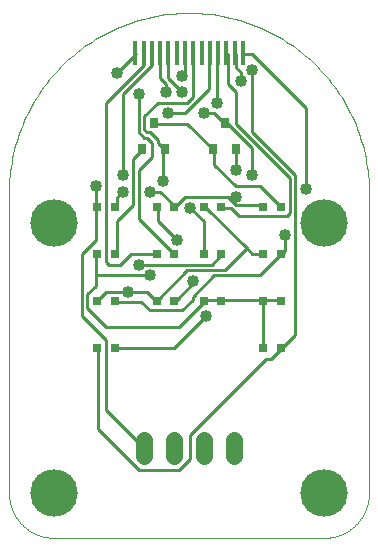
<source format=gtl>
G75*
%MOIN*%
%OFA0B0*%
%FSLAX25Y25*%
%IPPOS*%
%LPD*%
%AMOC8*
5,1,8,0,0,1.08239X$1,22.5*
%
%ADD10R,0.01378X0.07874*%
%ADD11R,0.03150X0.03543*%
%ADD12R,0.03150X0.03150*%
%ADD13C,0.00000*%
%ADD14C,0.05543*%
%ADD15C,0.15811*%
%ADD16C,0.01000*%
%ADD17C,0.04000*%
D10*
X0043126Y0163217D03*
X0045882Y0163217D03*
X0048638Y0163217D03*
X0051394Y0163217D03*
X0054150Y0163217D03*
X0056906Y0163217D03*
X0059661Y0163217D03*
X0062417Y0163217D03*
X0065173Y0163217D03*
X0067929Y0163217D03*
X0070685Y0163217D03*
X0073441Y0163217D03*
X0076197Y0163217D03*
X0078953Y0163217D03*
D11*
X0072929Y0139989D03*
X0076630Y0131328D03*
X0068992Y0131328D03*
X0053008Y0131328D03*
X0049307Y0139989D03*
X0045370Y0131328D03*
D12*
X0050173Y0112036D03*
X0056079Y0112036D03*
X0065921Y0112036D03*
X0071827Y0112036D03*
X0071827Y0096288D03*
X0065921Y0096288D03*
X0056079Y0096288D03*
X0050173Y0096288D03*
X0050173Y0080540D03*
X0056079Y0080540D03*
X0065921Y0080540D03*
X0071827Y0080540D03*
X0085606Y0080540D03*
X0091512Y0080540D03*
X0091512Y0064792D03*
X0085606Y0064792D03*
X0085606Y0096288D03*
X0091512Y0096288D03*
X0091512Y0112036D03*
X0085606Y0112036D03*
X0036394Y0112036D03*
X0030488Y0112036D03*
X0030488Y0096288D03*
X0036394Y0096288D03*
X0036394Y0080540D03*
X0030488Y0080540D03*
X0030488Y0064792D03*
X0036394Y0064792D03*
D13*
X0001000Y0016603D02*
X0001000Y0116603D01*
X0001018Y0118064D01*
X0001071Y0119524D01*
X0001160Y0120983D01*
X0001284Y0122439D01*
X0001444Y0123891D01*
X0001639Y0125339D01*
X0001870Y0126782D01*
X0002135Y0128219D01*
X0002435Y0129649D01*
X0002770Y0131071D01*
X0003140Y0132485D01*
X0003544Y0133889D01*
X0003982Y0135283D01*
X0004454Y0136666D01*
X0004959Y0138037D01*
X0005498Y0139395D01*
X0006069Y0140740D01*
X0006673Y0142070D01*
X0007309Y0143386D01*
X0007977Y0144685D01*
X0008677Y0145968D01*
X0009408Y0147233D01*
X0010169Y0148481D01*
X0010960Y0149709D01*
X0011781Y0150918D01*
X0012631Y0152106D01*
X0013510Y0153273D01*
X0014417Y0154419D01*
X0015352Y0155542D01*
X0016314Y0156642D01*
X0017302Y0157718D01*
X0018316Y0158770D01*
X0019356Y0159797D01*
X0020420Y0160798D01*
X0021508Y0161774D01*
X0022620Y0162722D01*
X0023754Y0163643D01*
X0024911Y0164536D01*
X0026088Y0165400D01*
X0027287Y0166236D01*
X0028506Y0167042D01*
X0029744Y0167819D01*
X0031000Y0168565D01*
X0032274Y0169280D01*
X0033565Y0169964D01*
X0034873Y0170616D01*
X0036196Y0171236D01*
X0037534Y0171824D01*
X0038885Y0172379D01*
X0040250Y0172901D01*
X0041627Y0173389D01*
X0043016Y0173844D01*
X0044415Y0174265D01*
X0045824Y0174652D01*
X0047242Y0175004D01*
X0048668Y0175322D01*
X0050102Y0175605D01*
X0051542Y0175853D01*
X0052987Y0176066D01*
X0054438Y0176243D01*
X0055892Y0176385D01*
X0057349Y0176492D01*
X0058809Y0176563D01*
X0060269Y0176599D01*
X0061731Y0176599D01*
X0063191Y0176563D01*
X0064651Y0176492D01*
X0066108Y0176385D01*
X0067562Y0176243D01*
X0069013Y0176066D01*
X0070458Y0175853D01*
X0071898Y0175605D01*
X0073332Y0175322D01*
X0074758Y0175004D01*
X0076176Y0174652D01*
X0077585Y0174265D01*
X0078984Y0173844D01*
X0080373Y0173389D01*
X0081750Y0172901D01*
X0083115Y0172379D01*
X0084466Y0171824D01*
X0085804Y0171236D01*
X0087127Y0170616D01*
X0088435Y0169964D01*
X0089726Y0169280D01*
X0091000Y0168565D01*
X0092256Y0167819D01*
X0093494Y0167042D01*
X0094713Y0166236D01*
X0095912Y0165400D01*
X0097089Y0164536D01*
X0098246Y0163643D01*
X0099380Y0162722D01*
X0100492Y0161774D01*
X0101580Y0160798D01*
X0102644Y0159797D01*
X0103684Y0158770D01*
X0104698Y0157718D01*
X0105686Y0156642D01*
X0106648Y0155542D01*
X0107583Y0154419D01*
X0108490Y0153273D01*
X0109369Y0152106D01*
X0110219Y0150918D01*
X0111040Y0149709D01*
X0111831Y0148481D01*
X0112592Y0147233D01*
X0113323Y0145968D01*
X0114023Y0144685D01*
X0114691Y0143386D01*
X0115327Y0142070D01*
X0115931Y0140740D01*
X0116502Y0139395D01*
X0117041Y0138037D01*
X0117546Y0136666D01*
X0118018Y0135283D01*
X0118456Y0133889D01*
X0118860Y0132485D01*
X0119230Y0131071D01*
X0119565Y0129649D01*
X0119865Y0128219D01*
X0120130Y0126782D01*
X0120361Y0125339D01*
X0120556Y0123891D01*
X0120716Y0122439D01*
X0120840Y0120983D01*
X0120929Y0119524D01*
X0120982Y0118064D01*
X0121000Y0116603D01*
X0121000Y0016603D01*
X0120996Y0016241D01*
X0120982Y0015878D01*
X0120961Y0015516D01*
X0120930Y0015155D01*
X0120891Y0014795D01*
X0120843Y0014436D01*
X0120786Y0014078D01*
X0120721Y0013721D01*
X0120647Y0013366D01*
X0120564Y0013013D01*
X0120473Y0012662D01*
X0120374Y0012314D01*
X0120266Y0011968D01*
X0120150Y0011624D01*
X0120025Y0011284D01*
X0119893Y0010947D01*
X0119752Y0010613D01*
X0119603Y0010282D01*
X0119446Y0009955D01*
X0119282Y0009632D01*
X0119110Y0009313D01*
X0118930Y0008999D01*
X0118742Y0008688D01*
X0118547Y0008383D01*
X0118345Y0008082D01*
X0118135Y0007786D01*
X0117919Y0007496D01*
X0117695Y0007210D01*
X0117465Y0006930D01*
X0117228Y0006656D01*
X0116984Y0006388D01*
X0116734Y0006125D01*
X0116478Y0005869D01*
X0116215Y0005619D01*
X0115947Y0005375D01*
X0115673Y0005138D01*
X0115393Y0004908D01*
X0115107Y0004684D01*
X0114817Y0004468D01*
X0114521Y0004258D01*
X0114220Y0004056D01*
X0113915Y0003861D01*
X0113604Y0003673D01*
X0113290Y0003493D01*
X0112971Y0003321D01*
X0112648Y0003157D01*
X0112321Y0003000D01*
X0111990Y0002851D01*
X0111656Y0002710D01*
X0111319Y0002578D01*
X0110979Y0002453D01*
X0110635Y0002337D01*
X0110289Y0002229D01*
X0109941Y0002130D01*
X0109590Y0002039D01*
X0109237Y0001956D01*
X0108882Y0001882D01*
X0108525Y0001817D01*
X0108167Y0001760D01*
X0107808Y0001712D01*
X0107448Y0001673D01*
X0107087Y0001642D01*
X0106725Y0001621D01*
X0106362Y0001607D01*
X0106000Y0001603D01*
X0016000Y0001603D01*
X0015638Y0001607D01*
X0015275Y0001621D01*
X0014913Y0001642D01*
X0014552Y0001673D01*
X0014192Y0001712D01*
X0013833Y0001760D01*
X0013475Y0001817D01*
X0013118Y0001882D01*
X0012763Y0001956D01*
X0012410Y0002039D01*
X0012059Y0002130D01*
X0011711Y0002229D01*
X0011365Y0002337D01*
X0011021Y0002453D01*
X0010681Y0002578D01*
X0010344Y0002710D01*
X0010010Y0002851D01*
X0009679Y0003000D01*
X0009352Y0003157D01*
X0009029Y0003321D01*
X0008710Y0003493D01*
X0008396Y0003673D01*
X0008085Y0003861D01*
X0007780Y0004056D01*
X0007479Y0004258D01*
X0007183Y0004468D01*
X0006893Y0004684D01*
X0006607Y0004908D01*
X0006327Y0005138D01*
X0006053Y0005375D01*
X0005785Y0005619D01*
X0005522Y0005869D01*
X0005266Y0006125D01*
X0005016Y0006388D01*
X0004772Y0006656D01*
X0004535Y0006930D01*
X0004305Y0007210D01*
X0004081Y0007496D01*
X0003865Y0007786D01*
X0003655Y0008082D01*
X0003453Y0008383D01*
X0003258Y0008688D01*
X0003070Y0008999D01*
X0002890Y0009313D01*
X0002718Y0009632D01*
X0002554Y0009955D01*
X0002397Y0010282D01*
X0002248Y0010613D01*
X0002107Y0010947D01*
X0001975Y0011284D01*
X0001850Y0011624D01*
X0001734Y0011968D01*
X0001626Y0012314D01*
X0001527Y0012662D01*
X0001436Y0013013D01*
X0001353Y0013366D01*
X0001279Y0013721D01*
X0001214Y0014078D01*
X0001157Y0014436D01*
X0001109Y0014795D01*
X0001070Y0015155D01*
X0001039Y0015516D01*
X0001018Y0015878D01*
X0001004Y0016241D01*
X0001000Y0016603D01*
D14*
X0046000Y0028831D02*
X0046000Y0034375D01*
X0056000Y0034375D02*
X0056000Y0028831D01*
X0066000Y0028831D02*
X0066000Y0034375D01*
X0076000Y0034375D02*
X0076000Y0028831D01*
D15*
X0106000Y0016603D03*
X0106000Y0106603D03*
X0016000Y0106603D03*
X0016000Y0016603D03*
D16*
X0030745Y0037800D02*
X0044245Y0024300D01*
X0057745Y0024300D01*
X0061345Y0027900D01*
X0061345Y0036000D01*
X0086545Y0061200D01*
X0088345Y0061200D01*
X0091045Y0063900D01*
X0091512Y0064792D01*
X0091945Y0064800D01*
X0096445Y0069300D01*
X0096445Y0122400D01*
X0082045Y0136800D01*
X0082045Y0157500D01*
X0078445Y0156600D02*
X0078445Y0153900D01*
X0078445Y0156600D02*
X0076645Y0158400D01*
X0076645Y0162900D01*
X0076197Y0163217D01*
X0073945Y0162900D02*
X0073441Y0163217D01*
X0073945Y0162900D02*
X0073945Y0153000D01*
X0076645Y0150300D01*
X0076645Y0139500D01*
X0094645Y0121500D01*
X0094645Y0109800D01*
X0093745Y0108900D01*
X0077545Y0108900D01*
X0074845Y0111600D01*
X0072145Y0111600D01*
X0071827Y0112036D01*
X0073945Y0115200D02*
X0076645Y0115200D01*
X0073945Y0115200D02*
X0076645Y0112500D01*
X0084745Y0112500D01*
X0085606Y0112036D01*
X0091045Y0112500D02*
X0084745Y0118800D01*
X0076645Y0118800D01*
X0069445Y0126000D01*
X0069445Y0130500D01*
X0068992Y0131328D01*
X0068545Y0131400D01*
X0060445Y0139500D01*
X0049645Y0139500D01*
X0049307Y0139989D01*
X0047845Y0136800D02*
X0046945Y0136800D01*
X0046045Y0137700D01*
X0046045Y0142200D01*
X0050545Y0146700D01*
X0060445Y0146700D01*
X0062245Y0148500D01*
X0062245Y0162900D01*
X0062417Y0163217D01*
X0059661Y0163217D02*
X0059545Y0162900D01*
X0059545Y0156600D01*
X0058645Y0155700D01*
X0054145Y0154800D02*
X0058645Y0150300D01*
X0054145Y0154800D02*
X0054145Y0162900D01*
X0054150Y0163217D01*
X0051445Y0162900D02*
X0051394Y0163217D01*
X0051445Y0162900D02*
X0051445Y0154800D01*
X0053245Y0153000D01*
X0053245Y0150300D01*
X0054145Y0143100D02*
X0059545Y0143100D01*
X0067645Y0151200D01*
X0067645Y0162900D01*
X0067929Y0163217D01*
X0070345Y0162900D02*
X0070685Y0163217D01*
X0070345Y0162900D02*
X0070345Y0146700D01*
X0069445Y0143100D02*
X0072145Y0140400D01*
X0072929Y0139989D01*
X0073045Y0140400D01*
X0082045Y0131400D01*
X0082045Y0122400D01*
X0076645Y0124200D02*
X0076645Y0130500D01*
X0076630Y0131328D01*
X0069445Y0143100D02*
X0065845Y0143100D01*
X0053008Y0131328D02*
X0052345Y0130500D01*
X0052345Y0120600D01*
X0051445Y0117000D02*
X0055945Y0112500D01*
X0056079Y0112036D01*
X0056845Y0112500D01*
X0059545Y0115200D01*
X0073945Y0115200D01*
X0066745Y0111600D02*
X0065921Y0112036D01*
X0066745Y0111600D02*
X0080245Y0098100D01*
X0073045Y0090900D01*
X0060445Y0090900D01*
X0050545Y0081000D01*
X0050173Y0080540D01*
X0049645Y0081000D01*
X0046945Y0083700D01*
X0040645Y0083700D01*
X0033445Y0083700D01*
X0030745Y0081000D01*
X0030488Y0080540D01*
X0027145Y0078300D02*
X0033445Y0072000D01*
X0057745Y0072000D01*
X0065845Y0080100D01*
X0065921Y0080540D01*
X0066745Y0081000D01*
X0071245Y0081000D01*
X0071827Y0080540D01*
X0072145Y0081000D01*
X0084745Y0081000D01*
X0085606Y0080540D01*
X0085645Y0081000D01*
X0091045Y0081000D01*
X0091512Y0080540D01*
X0085645Y0080100D02*
X0085606Y0080540D01*
X0085645Y0080100D02*
X0085645Y0064800D01*
X0085606Y0064792D01*
X0084745Y0089100D02*
X0069445Y0089100D01*
X0062245Y0081900D01*
X0062245Y0081000D01*
X0058645Y0077400D01*
X0047845Y0077400D01*
X0045145Y0080100D01*
X0037045Y0080100D01*
X0036394Y0080540D01*
X0029845Y0085500D02*
X0029845Y0089100D01*
X0047845Y0089100D01*
X0044245Y0092700D02*
X0068545Y0092700D01*
X0071245Y0095400D01*
X0071827Y0096288D01*
X0065921Y0096288D02*
X0065845Y0096300D01*
X0065845Y0107100D01*
X0061345Y0111600D01*
X0056845Y0100800D02*
X0050545Y0107100D01*
X0050545Y0111600D01*
X0050173Y0112036D01*
X0051445Y0117000D02*
X0047845Y0117000D01*
X0044245Y0124200D02*
X0048745Y0128700D01*
X0048745Y0133200D01*
X0046945Y0135000D01*
X0046045Y0135000D01*
X0044245Y0136800D01*
X0044245Y0149400D01*
X0038845Y0149400D02*
X0048745Y0159300D01*
X0048745Y0162900D01*
X0048638Y0163217D01*
X0046045Y0162900D02*
X0046045Y0159300D01*
X0033445Y0146700D01*
X0033445Y0093600D01*
X0034345Y0092700D01*
X0037945Y0092700D01*
X0041545Y0096300D01*
X0049645Y0096300D01*
X0050173Y0096288D01*
X0055945Y0096300D02*
X0056079Y0096288D01*
X0055945Y0096300D02*
X0044245Y0108000D01*
X0044245Y0124200D01*
X0042445Y0127800D02*
X0045145Y0130500D01*
X0045370Y0131328D01*
X0042445Y0127800D02*
X0042445Y0112500D01*
X0037045Y0107100D01*
X0037045Y0096300D01*
X0036394Y0096288D01*
X0030488Y0096288D02*
X0029845Y0095400D01*
X0029845Y0089100D01*
X0029845Y0085500D02*
X0027145Y0082800D01*
X0027145Y0078300D01*
X0025345Y0075600D02*
X0033445Y0067500D01*
X0033445Y0044100D01*
X0045145Y0032400D01*
X0046000Y0031603D01*
X0030745Y0037800D02*
X0030745Y0063900D01*
X0030488Y0064792D01*
X0036394Y0064792D02*
X0037045Y0064800D01*
X0055945Y0064800D01*
X0066745Y0075600D01*
X0056845Y0081000D02*
X0062245Y0086400D01*
X0062245Y0087300D01*
X0056845Y0081000D02*
X0056079Y0080540D01*
X0036394Y0112036D02*
X0037045Y0112500D01*
X0037045Y0115200D01*
X0038845Y0117000D01*
X0038845Y0122400D02*
X0038845Y0149400D01*
X0037045Y0156600D02*
X0043345Y0162900D01*
X0043126Y0163217D01*
X0045882Y0163217D02*
X0046045Y0162900D01*
X0047845Y0136800D02*
X0050545Y0134100D01*
X0050545Y0133200D01*
X0052345Y0131400D01*
X0053008Y0131328D01*
X0029845Y0118800D02*
X0029845Y0112500D01*
X0030488Y0112036D01*
X0029845Y0111600D01*
X0029845Y0100800D01*
X0025345Y0096300D01*
X0025345Y0075600D01*
X0080245Y0098100D02*
X0082045Y0096300D01*
X0084745Y0096300D01*
X0085606Y0096288D01*
X0091045Y0095400D02*
X0084745Y0089100D01*
X0091045Y0095400D02*
X0091512Y0096288D01*
X0091945Y0096300D01*
X0092845Y0097200D01*
X0092845Y0102600D01*
X0091512Y0112036D02*
X0091045Y0112500D01*
X0100045Y0117900D02*
X0100045Y0144900D01*
X0082045Y0162900D01*
X0079345Y0162900D01*
X0078953Y0163217D01*
D17*
X0082045Y0157500D03*
X0078445Y0153900D03*
X0070345Y0146700D03*
X0065845Y0143100D03*
X0058645Y0150300D03*
X0058645Y0155700D03*
X0053245Y0150300D03*
X0054145Y0143100D03*
X0044245Y0149400D03*
X0037045Y0156600D03*
X0038845Y0122400D03*
X0038845Y0117000D03*
X0029845Y0118800D03*
X0044245Y0092700D03*
X0047845Y0089100D03*
X0040645Y0083700D03*
X0056845Y0100800D03*
X0061345Y0111600D03*
X0052345Y0120600D03*
X0047845Y0117000D03*
X0062245Y0087300D03*
X0066745Y0075600D03*
X0092845Y0102600D03*
X0100045Y0117900D03*
X0082045Y0122400D03*
X0076645Y0124200D03*
X0076645Y0115200D03*
M02*

</source>
